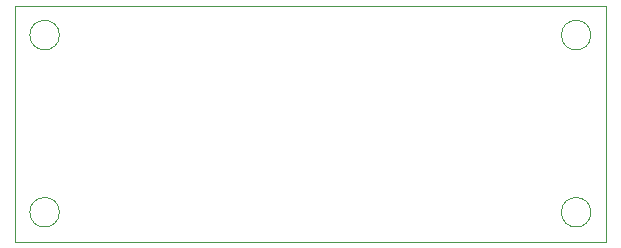
<source format=gbr>
%TF.GenerationSoftware,KiCad,Pcbnew,(5.1.6)-1*%
%TF.CreationDate,2020-10-24T11:52:24+02:00*%
%TF.ProjectId,MW_amplifier,4d575f61-6d70-46c6-9966-6965722e6b69,rev?*%
%TF.SameCoordinates,Original*%
%TF.FileFunction,Profile,NP*%
%FSLAX46Y46*%
G04 Gerber Fmt 4.6, Leading zero omitted, Abs format (unit mm)*
G04 Created by KiCad (PCBNEW (5.1.6)-1) date 2020-10-24 11:52:24*
%MOMM*%
%LPD*%
G01*
G04 APERTURE LIST*
%TA.AperFunction,Profile*%
%ADD10C,0.050000*%
%TD*%
G04 APERTURE END LIST*
D10*
X128750000Y-107500000D02*
G75*
G03*
X128750000Y-107500000I-1250000J0D01*
G01*
X128750000Y-92500000D02*
G75*
G03*
X128750000Y-92500000I-1250000J0D01*
G01*
X173750000Y-92500000D02*
G75*
G03*
X173750000Y-92500000I-1250000J0D01*
G01*
X173750000Y-107500000D02*
G75*
G03*
X173750000Y-107500000I-1250000J0D01*
G01*
X175000000Y-90000000D02*
X175000000Y-110000000D01*
X125000000Y-90000000D02*
X175000000Y-90000000D01*
X125000000Y-110000000D02*
X175000000Y-110000000D01*
X125000000Y-110000000D02*
X125000000Y-90000000D01*
M02*

</source>
